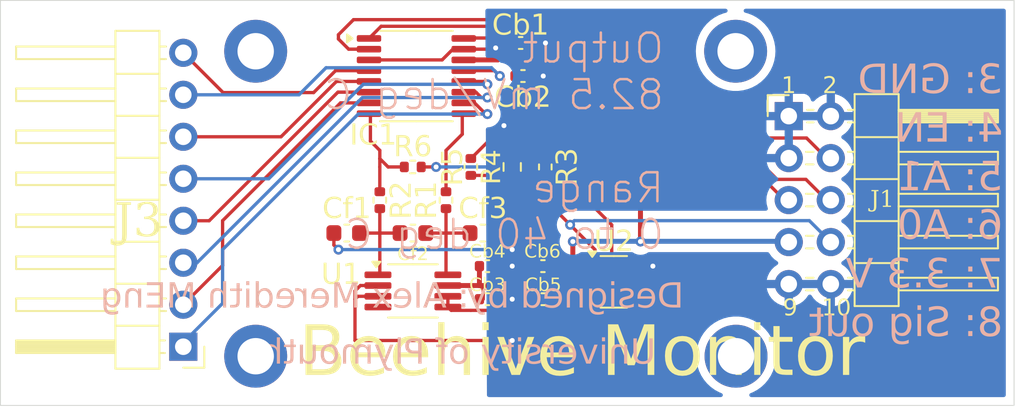
<source format=kicad_pcb>
(kicad_pcb (version 20240108) (generator "pcbnew") (generator_version "8.0")
  (layers (0 "F.Cu" signal) (31 "B.Cu" signal) (34 "B.Paste" user) (35 "F.Paste" user) (36 "B.SilkS" user "B.Silkscreen") (37 "F.SilkS" user "F.Silkscreen") (38 "B.Mask" user) (39 "F.Mask" user) (44 "Edge.Cuts" user))
  (net 0 "")
  (net 1 "+3.3V")
  (net 2 "GND")
  (net 3 "Net-(U1--IN)")
  (net 4 "Net-(U1-+IN)")
  (net 5 "Net-(IC1-S2A)")
  (net 6 "Net-(IC1-DA)")
  (net 7 "Net-(IC1-S3A)")
  (net 8 "Net-(IC1-S1A)")
  (net 9 "Net-(IC1-EN)")
  (net 10 "Net-(IC1-S2B)")
  (net 11 "Net-(IC1-S1B)")
  (net 12 "Net-(IC1-S4A)")
  (net 13 "Net-(IC1-A0)")
  (net 14 "Net-(IC1-A1)")
  (net 15 "Net-(IC1-S4B)")
  (net 16 "Net-(IC1-S3B)")
  (net 17 "Net-(IC1-DB)")
  (net 18 "Net-(J1-Pin_8)")
  (net 19 "Net-(U2-INA-)")
  (net 20 "Net-(R4-Pad2)")
  (net 21 "Net-(U1-SENSE)")
  (footprint "MountingHole:MountingHole_2.2mm_M2_DIN965_Pad_TopBottom" (layer "F.Cu") (at 139.5 53)
    (property "Reference" "H1" (hide yes))
    (property "Value" "MountingHole")
    (pad "1" thru_hole circle (at 0 0) (size 2.6 2.6) (drill 2.2) (layers "*.Cu" "*.Mask"))
    (pad "1" connect circle (at 0 0) (size 3.8 3.8) (layers "F.Cu" "F.Mask"))
    (pad "1" connect circle (at 0 0) (size 3.8 3.8) (layers "B.Cu" "B.Mask"))
  )
  (footprint "Capacitor_SMD:C_0603_1608Metric" (layer "F.Cu") (at 120 64)
    (property "Reference" "Cf2" (at 0 1.3 0) (layer "F.SilkS") (effects (font (size 0.8 0.8) (thickness 0.125))))
    (property "Value" "10n")
    (fp_line (start -0.14058 -0.51) (end 0.14058 -0.51) (stroke (width 0.12)) (layer "F.SilkS"))
    (fp_line (start -0.14058 0.51) (end 0.14058 0.51) (stroke (width 0.12)) (layer "F.SilkS"))
    (pad "1" smd roundrect (at -0.775 0) (size 0.9 0.95) (layers "F.Cu" "F.Paste" "F.Mask") (net 3 "Net-(U1--IN)"))
    (pad "2" smd roundrect (at 0.775 0) (size 0.9 0.95) (layers "F.Cu" "F.Paste" "F.Mask") (net 4 "Net-(U1-+IN)"))
  )
  (footprint "Resistor_SMD:R_0402_1005Metric" (layer "F.Cu") (at 123.5 60 90)
    (property "Reference" "R5" (at 0 -1.05 90) (layer "F.SilkS") (effects (font (size 1.25 1.25))))
    (property "Value" "250")
    (fp_line (start -0.153641 -0.38) (end 0.153641 -0.38) (stroke (width 0.12)) (layer "F.SilkS"))
    (fp_line (start -0.153641 0.38) (end 0.153641 0.38) (stroke (width 0.12)) (layer "F.SilkS"))
    (pad "1" smd roundrect (at -0.51 0 90) (size 0.54 0.64) (layers "F.Cu" "F.Paste" "F.Mask") (net 20 "Net-(R4-Pad2)"))
    (pad "2" smd roundrect (at 0.51 0 90) (size 0.54 0.64) (layers "F.Cu" "F.Paste" "F.Mask") (net 2 "GND"))
  )
  (footprint "Resistor_SMD:R_0402_1005Metric" (layer "F.Cu") (at 119.99 60)
    (property "Reference" "R6" (at 0 -1.17 0) (layer "F.SilkS") (effects (font (size 1.25 1.25))))
    (property "Value" "1M")
    (fp_line (start -0.153641 -0.38) (end 0.153641 -0.38) (stroke (width 0.12)) (layer "F.SilkS"))
    (fp_line (start -0.153641 0.38) (end 0.153641 0.38) (stroke (width 0.12)) (layer "F.SilkS"))
    (pad "1" smd roundrect (at -0.51 0) (size 0.54 0.64) (layers "F.Cu" "F.Paste" "F.Mask") (net 6 "Net-(IC1-DA)"))
    (pad "2" smd roundrect (at 0.51 0) (size 0.54 0.64) (layers "F.Cu" "F.Paste" "F.Mask") (net 2 "GND"))
  )
  (footprint "MountingHole:MountingHole_2.2mm_M2_DIN965_Pad_TopBottom" (layer "F.Cu") (at 110.5 71.45)
    (property "Reference" "H3" (hide yes))
    (property "Value" "MountingHole")
    (pad "1" thru_hole circle (at 0 0) (size 2.6 2.6) (drill 2.2) (layers "*.Cu" "*.Mask"))
    (pad "1" connect circle (at 0 0) (size 3.8 3.8) (layers "F.Cu" "F.Mask"))
    (pad "1" connect circle (at 0 0) (size 3.8 3.8) (layers "B.Cu" "B.Mask"))
  )
  (footprint "Connector_PinHeader_2.54mm:PinHeader_2x05_P2.54mm_Horizontal" (layer "F.Cu") (at 142.71 56.925)
    (property "Reference" "J1" (at 5.65 5.075 0) (layer "F.SilkS"))
    (property "Value" "Conn_02x05_Odd_Even")
    (fp_line (start -1.27 -1.27) (end 0 -1.27) (stroke (width 0.12)) (layer "F.SilkS"))
    (fp_line (start -1.27 0) (end -1.27 -1.27) (stroke (width 0.12)) (layer "F.SilkS"))
    (fp_line (start 1.042929 2.16) (end 1.497071 2.16) (stroke (width 0.12)) (layer "F.SilkS"))
    (fp_line (start 1.042929 2.92) (end 1.497071 2.92) (stroke (width 0.12)) (layer "F.SilkS"))
    (fp_line (start 1.042929 4.7) (end 1.497071 4.7) (stroke (width 0.12)) (layer "F.SilkS"))
    (fp_line (start 1.042929 5.46) (end 1.497071 5.46) (stroke (width 0.12)) (layer "F.SilkS"))
    (fp_line (start 1.042929 7.24) (end 1.497071 7.24) (stroke (width 0.12)) (layer "F.SilkS"))
    (fp_line (start 1.042929 8) (end 1.497071 8) (stroke (width 0.12)) (layer "F.SilkS"))
    (fp_line (start 1.042929 9.78) (end 1.497071 9.78) (stroke (width 0.12)) (layer "F.SilkS"))
    (fp_line (start 1.042929 10.54) (end 1.497071 10.54) (stroke (width 0.12)) (layer "F.SilkS"))
    (fp_line (start 1.11 -0.38) (end 1.497071 -0.38) (stroke (width 0.12)) (layer "F.SilkS"))
    (fp_line (start 1.11 0.38) (end 1.497071 0.38) (stroke (width 0.12)) (layer "F.SilkS"))
    (fp_line (start 3.582929 -0.38) (end 3.98 -0.38) (stroke (width 0.12)) (layer "F.SilkS"))
    (fp_line (start 3.582929 0.38) (end 3.98 0.38) (stroke (width 0.12)) (layer "F.SilkS"))
    (fp_line (start 3.582929 2.16) (end 3.98 2.16) (stroke (width 0.12)) (layer "F.SilkS"))
    (fp_line (start 3.582929 2.92) (end 3.98 2.92) (stroke (width 0.12)) (layer "F.SilkS"))
    (fp_line (start 3.582929 4.7) (end 3.98 4.7) (stroke (width 0.12)) (layer "F.SilkS"))
    (fp_line (start 3.582929 5.46) (end 3.98 5.46) (stroke (width 0.12)) (layer "F.SilkS"))
    (fp_line (start 3.582929 7.24) (end 3.98 7.24) (stroke (width 0.12)) (layer "F.SilkS"))
    (fp_line (start 3.582929 8) (end 3.98 8) (stroke (width 0.12)) (layer "F.SilkS"))
    (fp_line (start 3.582929 9.78) (end 3.98 9.78) (stroke (width 0.12)) (layer "F.SilkS"))
    (fp_line (start 3.582929 10.54) (end 3.98 10.54) (stroke (width 0.12)) (layer "F.SilkS"))
    (fp_line (start 3.98 -1.33) (end 3.98 11.49) (stroke (width 0.12)) (layer "F.SilkS"))
    (fp_line (start 3.98 1.27) (end 6.64 1.27) (stroke (width 0.12)) (layer "F.SilkS"))
    (fp_line (start 3.98 3.81) (end 6.64 3.81) (stroke (width 0.12)) (layer "F.SilkS"))
    (fp_line (start 3.98 6.35) (end 6.64 6.35) (stroke (width 0.12)) (layer "F.SilkS"))
    (fp_line (start 3.98 8.89) (end 6.64 8.89) (stroke (width 0.12)) (layer "F.SilkS"))
    (fp_line (start 3.98 11.49) (end 6.64 11.49) (stroke (width 0.12)) (layer "F.SilkS"))
    (fp_line (start 6.64 -1.33) (end 3.98 -1.33) (stroke (width 0.12)) (layer "F.SilkS"))
    (fp_line (start 6.64 -0.38) (end 12.64 -0.38) (stroke (width 0.12)) (layer "F.SilkS"))
    (fp_line (start 6.64 -0.32) (end 12.64 -0.32) (stroke (width 0.12)) (layer "F.SilkS"))
    (fp_line (start 6.64 -0.2) (end 12.64 -0.2) (stroke (width 0.12)) (layer "F.SilkS"))
    (fp_line (start 6.64 -0.08) (end 12.64 -0.08) (stroke (width 0.12)) (layer "F.SilkS"))
    (fp_line (start 6.64 0.04) (end 12.64 0.04) (stroke (width 0.12)) (layer "F.SilkS"))
    (fp_line (start 6.64 0.16) (end 12.64 0.16) (stroke (width 0.12)) (layer "F.SilkS"))
    (fp_line (start 6.64 0.28) (end 12.64 0.28) (stroke (width 0.12)) (layer "F.SilkS"))
    (fp_line (start 6.64 2.16) (end 12.64 2.16) (stroke (width 0.12)) (layer "F.SilkS"))
    (fp_line (start 6.64 4.7) (end 12.64 4.7) (stroke (width 0.12)) (layer "F.SilkS"))
    (fp_line (start 6.64 7.24) (end 12.64 7.24) (stroke (width 0.12)) (layer "F.SilkS"))
    (fp_line (start 6.64 9.78) (end 12.64 9.78) (stroke (width 0.12)) (layer "F.SilkS"))
    (fp_line (start 6.64 11.49) (end 6.64 -1.33) (stroke (width 0.12)) (layer "F.SilkS"))
    (fp_line (start 12.64 -0.38) (end 12.64 0.38) (stroke (width 0.12)) (layer "F.SilkS"))
    (fp_line (start 12.64 0.38) (end 6.64 0.38) (stroke (width 0.12)) (layer "F.SilkS"))
    (fp_line (start 12.64 2.16) (end 12.64 2.92) (stroke (width 0.12)) (layer "F.SilkS"))
    (fp_line (start 12.64 2.92) (end 6.64 2.92) (stroke (width 0.12)) (layer "F.SilkS"))
    (fp_line (start 12.64 4.7) (end 12.64 5.46) (stroke (width 0.12)) (layer "F.SilkS"))
    (fp_line (start 12.64 5.46) (end 6.64 5.46) (stroke (width 0.12)) (layer "F.SilkS"))
    (fp_line (start 12.64 7.24) (end 12.64 8) (stroke (width 0.12)) (layer "F.SilkS"))
    (fp_line (start 12.64 8) (end 6.64 8) (stroke (width 0.12)) (layer "F.SilkS"))
    (fp_line (start 12.64 9.78) (end 12.64 10.54) (stroke (width 0.12)) (layer "F.SilkS"))
    (fp_line (start 12.64 10.54) (end 6.64 10.54) (stroke (width 0.12)) (layer "F.SilkS"))
    (pad "1" thru_hole rect (at 0 0) (size 1.7 1.7) (drill 1) (layers "*.Cu" "*.Mask") (net 2 "GND"))
    (pad "2" thru_hole oval (at 2.54 0) (size 1.7 1.7) (drill 1) (layers "*.Cu" "*.Mask") (net 2 "GND"))
    (pad "3" thru_hole oval (at 0 2.54) (size 1.7 1.7) (drill 1) (layers "*.Cu" "*.Mask") (net 2 "GND"))
    (pad "4" thru_hole oval (at 2.54 2.54) (size 1.7 1.7) (drill 1) (layers "*.Cu" "*.Mask") (net 9 "Net-(IC1-EN)"))
    (pad "5" thru_hole oval (at 0 5.08) (size 1.7 1.7) (drill 1) (layers "*.Cu" "*.Mask") (net 14 "Net-(IC1-A1)"))
    (pad "6" thru_hole oval (at 2.54 5.08) (size 1.7 1.7) (drill 1) (layers "*.Cu" "*.Mask") (net 13 "Net-(IC1-A0)"))
    (pad "7" thru_hole oval (at 0 7.62) (size 1.7 1.7) (drill 1) (layers "*.Cu" "*.Mask") (net 1 "+3.3V"))
    (pad "8" thru_hole oval (at 2.54 7.62) (size 1.7 1.7) (drill 1) (layers "*.Cu" "*.Mask") (net 18 "Net-(J1-Pin_8)"))
    (pad "9" thru_hole oval (at 0 10.16) (size 1.7 1.7) (drill 1) (layers "*.Cu" "*.Mask") (net 2 "GND"))
    (pad "10" thru_hole oval (at 2.54 10.16) (size 1.7 1.7) (drill 1) (layers "*.Cu" "*.Mask") (net 2 "GND"))
  )
  (footprint "Resistor_SMD:R_0402_1005Metric" (layer "F.Cu") (at 118 62.01 -90)
    (property "Reference" "R2" (at 0 -1.35 90) (layer "F.SilkS") (effects (font (size 1.25 1.25))))
    (property "Value" "10k")
    (fp_line (start -0.153641 0.38) (end 0.153641 0.38) (stroke (width 0.12)) (layer "F.SilkS"))
    (fp_line (start -0.153641 -0.38) (end 0.153641 -0.38) (stroke (width 0.12)) (layer "F.SilkS"))
    (pad "1" smd roundrect (at -0.51 0 270) (size 0.54 0.64) (layers "F.Cu" "F.Paste" "F.Mask") (net 6 "Net-(IC1-DA)"))
    (pad "2" smd roundrect (at 0.51 0 270) (size 0.54 0.64) (layers "F.Cu" "F.Paste" "F.Mask") (net 3 "Net-(U1--IN)"))
  )
  (footprint "MountingHole:MountingHole_2.2mm_M2_DIN965_Pad_TopBottom" (layer "F.Cu") (at 110.5 53)
    (property "Reference" "H4" (hide yes))
    (property "Value" "MountingHole")
    (pad "1" thru_hole circle (at 0 0) (size 2.6 2.6) (drill 2.2) (layers "*.Cu" "*.Mask"))
    (pad "1" connect circle (at 0 0) (size 3.8 3.8) (layers "F.Cu" "F.Mask"))
    (pad "1" connect circle (at 0 0) (size 3.8 3.8) (layers "B.Cu" "B.Mask"))
  )
  (footprint "Resistor_SMD:R_0402_1005Metric" (layer "F.Cu") (at 128 60 90)
    (property "Reference" "R3" (at 0 1.375 90) (layer "F.SilkS") (effects (font (size 1.25 1.25))))
    (property "Value" "100k")
    (fp_line (start -0.153641 -0.38) (end 0.153641 -0.38) (stroke (width 0.12)) (layer "F.SilkS"))
    (fp_line (start -0.153641 0.38) (end 0.153641 0.38) (stroke (width 0.12)) (layer "F.SilkS"))
    (pad "1" smd roundrect (at -0.51 0 90) (size 0.54 0.64) (layers "F.Cu" "F.Paste" "F.Mask") (net 18 "Net-(J1-Pin_8)"))
    (pad "2" smd roundrect (at 0.51 0 90) (size 0.54 0.64) (layers "F.Cu" "F.Paste" "F.Mask") (net 19 "Net-(U2-INA-)"))
  )
  (footprint "Capacitor_SMD:C_0402_1005Metric" (layer "F.Cu") (at 124.5 68)
    (property "Reference" "Cb3" (at 0 -0.825 0) (layer "F.SilkS") (effects (font (size 0.8 0.8))))
    (property "Value" "1u")
    (fp_line (start -0.107836 -0.36) (end 0.107836 -0.36) (stroke (width 0.12)) (layer "F.SilkS"))
    (fp_line (start -0.107836 0.36) (end 0.107836 0.36) (stroke (width 0.12)) (layer "F.SilkS"))
    (pad "1" smd roundrect (at -0.48 0) (size 0.56 0.62) (layers "F.Cu" "F.Paste" "F.Mask") (net 1 "+3.3V"))
    (pad "2" smd roundrect (at 0.48 0) (size 0.56 0.62) (layers "F.Cu" "F.Paste" "F.Mask") (net 2 "GND"))
  )
  (footprint "Package_SO:TSSOP-16_4.4x5mm_P0.65mm" (layer "F.Cu") (at 120.2075 54.5)
    (property "Reference" "IC1" (at -2.6075 3.625 0) (layer "F.SilkS") (effects (font (size 1.25 1.25))))
    (property "Value" "ADG709BRUZ")
    (fp_line (start 0 -2.735) (end -2.2 -2.735) (stroke (width 0.12)) (layer "F.SilkS"))
    (fp_line (start 0 -2.735) (end 2.2 -2.735) (stroke (width 0.12)) (layer "F.SilkS"))
    (fp_line (start 0 2.735) (end -2.2 2.735) (stroke (width 0.12)) (layer "F.SilkS"))
    (fp_line (start 0 2.735) (end 2.2 2.735) (stroke (width 0.12)) (layer "F.SilkS"))
    (fp_poly (pts (xy -3.86 -2.275) (xy -4.19 -2.515) (xy -4.19 -2.035) (xy -3.86 -2.275)) (stroke (width 0.12)) (fill solid) (layer "F.SilkS"))
    (pad "1" smd roundrect (at -2.8625 -2.275) (size 1.475 0.4) (layers "F.Cu" "F.Paste" "F.Mask") (net 13 "Net-(IC1-A0)"))
    (pad "2" smd roundrect (at -2.8625 -1.625) (size 1.475 0.4) (layers "F.Cu" "F.Paste" "F.Mask") (net 9 "Net-(IC1-EN)"))
    (pad "3" smd roundrect (at -2.8625 -0.975) (size 1.475 0.4) (layers "F.Cu" "F.Paste" "F.Mask") (net 2 "GND"))
    (pad "4" smd roundrect (at -2.8625 -0.325) (size 1.475 0.4) (layers "F.Cu" "F.Paste" "F.Mask") (net 8 "Net-(IC1-S1A)"))
    (pad "5" smd roundrect (at -2.8625 0.325) (size 1.475 0.4) (layers "F.Cu" "F.Paste" "F.Mask") (net 5 "Net-(IC1-S2A)"))
    (pad "6" smd roundrect (at -2.8625 0.975) (size 1.475 0.4) (layers "F.Cu" "F.Paste" "F.Mask") (net 7 "Net-(IC1-S3A)"))
    (pad "7" smd roundrect (at -2.8625 1.625) (size 1.475 0.4) (layers "F.Cu" "F.Paste" "F.Mask") (net 12 "Net-(IC1-S4A)"))
    (pad "8" smd roundrect (at -2.8625 2.275) (size 1.475 0.4) (layers "F.Cu" "F.Paste" "F.Mask") (net 6 "Net-(IC1-DA)"))
    (pad "9" smd roundrect (at 2.8625 2.275) (size 1.475 0.4) (layers "F.Cu" "F.Paste" "F.Mask") (net 17 "Net-(IC1-DB)"))
    (pad "10" smd roundrect (at 2.8625 1.625) (size 1.475 0.4) (layers "F.Cu" "F.Paste" "F.Mask") (net 15 "Net-(IC1-S4B)"))
    (pad "11" smd roundrect (at 2.8625 0.975) (size 1.475 0.4) (layers "F.Cu" "F.Paste" "F.Mask") (net 16 "Net-(IC1-S3B)"))
    (pad "12" smd roundrect (at 2.8625 0.325) (size 1.475 0.4) (layers "F.Cu" "F.Paste" "F.Mask") (net 10 "Net-(IC1-S2B)"))
    (pad "13" smd roundrect (at 2.8625 -0.325) (size 1.475 0.4) (layers "F.Cu" "F.Paste" "F.Mask") (net 11 "Net-(IC1-S1B)"))
    (pad "14" smd roundrect (at 2.8625 -0.975) (size 1.475 0.4) (layers "F.Cu" "F.Paste" "F.Mask") (net 1 "+3.3V"))
    (pad "15" smd roundrect (at 2.8625 -1.625) (size 1.475 0.4) (layers "F.Cu" "F.Paste" "F.Mask") (net 2 "GND"))
    (pad "16" smd roundrect (at 2.8625 -2.275) (size 1.475 0.4) (layers "F.Cu" "F.Paste" "F.Mask") (net 14 "Net-(IC1-A1)"))
  )
  (footprint "Capacitor_SMD:C_0402_1005Metric" (layer "F.Cu") (at 127.855 66 180)
    (property "Reference" "Cb6" (at 0.03 0.85 0) (layer "F.SilkS") (effects (font (size 0.8 0.8))))
    (property "Value" "100n")
    (fp_line (start -0.107836 0.36) (end 0.107836 0.36) (stroke (width 0.12)) (layer "F.SilkS"))
    (fp_line (start -0.107836 -0.36) (end 0.107836 -0.36) (stroke (width 0.12)) (layer "F.SilkS"))
    (pad "1" smd roundrect (at -0.48 0 180) (size 0.56 0.62) (layers "F.Cu" "F.Paste" "F.Mask") (net 1 "+3.3V"))
    (pad "2" smd roundrect (at 0.48 0 180) (size 0.56 0.62) (layers "F.Cu" "F.Paste" "F.Mask") (net 2 "GND"))
  )
  (footprint "Capacitor_SMD:C_0402_1005Metric" (layer "F.Cu") (at 127.875 68 180)
    (property "Reference" "Cb5" (at 0 0.825 180) (layer "F.SilkS") (effects (font (size 0.8 0.8))))
    (property "Value" "1u")
    (fp_line (start -0.107836 0.36) (end 0.107836 0.36) (stroke (width 0.12)) (layer "F.SilkS"))
    (fp_line (start -0.107836 -0.36) (end 0.107836 -0.36) (stroke (width 0.12)) (layer "F.SilkS"))
    (pad "1" smd roundrect (at -0.48 0 180) (size 0.56 0.62) (layers "F.Cu" "F.Paste" "F.Mask") (net 1 "+3.3V"))
    (pad "2" smd roundrect (at 0.48 0 180) (size 0.56 0.62) (layers "F.Cu" "F.Paste" "F.Mask") (net 2 "GND"))
  )
  (footprint "Capacitor_SMD:C_0402_1005Metric" (layer "F.Cu") (at 124.5 66)
    (property "Reference" "Cb4" (at 0 -0.85 0) (layer "F.SilkS") (effects (font (size 0.8 0.8) (thickness 0.125))))
    (property "Value" "100n")
    (fp_line (start -0.107836 -0.36) (end 0.107836 -0.36) (stroke (width 0.12)) (layer "F.SilkS"))
    (fp_line (start -0.107836 0.36) (end 0.107836 0.36) (stroke (width 0.12)) (layer "F.SilkS"))
    (pad "1" smd roundrect (at -0.48 0) (size 0.56 0.62) (layers "F.Cu" "F.Paste" "F.Mask") (net 1 "+3.3V"))
    (pad "2" smd roundrect (at 0.48 0) (size 0.56 0.62) (layers "F.Cu" "F.Paste" "F.Mask") (net 2 "GND"))
  )
  (footprint "MountingHole:MountingHole_2.2mm_M2_DIN965_Pad_TopBottom" (layer "F.Cu") (at 139.525 71.45)
    (property "Reference" "H2" (hide yes))
    (property "Value" "MountingHole")
    (pad "1" thru_hole circle (at 0 0) (size 2.6 2.6) (drill 2.2) (layers "*.Cu" "*.Mask"))
    (pad "1" connect circle (at 0 0) (size 3.8 3.8) (layers "F.Cu" "F.Mask"))
    (pad "1" connect circle (at 0 0) (size 3.8 3.8) (layers "B.Cu" "B.Mask"))
  )
  (footprint "Resistor_SMD:R_0603_1608Metric" (layer "F.Cu") (at 126 60 -90)
    (property "Reference" "R4" (at 0.01 1.21 90) (layer "F.SilkS") (effects (font (size 1.15 1.15))))
    (property "Value" "6.2k")
    (fp_line (start -0.237258 0.5225) (end 0.237258 0.5225) (stroke (width 0.12)) (layer "F.SilkS"))
    (fp_line (start -0.237258 -0.5225) (end 0.237258 -0.5225) (stroke (width 0.12)) (layer "F.SilkS"))
    (pad "1" smd roundrect (at -0.825 0 270) (size 0.8 0.95) (layers "F.Cu" "F.Paste" "F.Mask") (net 19 "Net-(U2-INA-)"))
    (pad "2" smd roundrect (at 0.825 0 270) (size 0.8 0.95) (layers "F.Cu" "F.Paste" "F.Mask") (net 20 "Net-(R4-Pad2)"))
  )
  (footprint "Capacitor_SMD:C_0402_1005Metric" (layer "F.Cu") (at 126.51 52.5)
    (property "Reference" "Cb1" (at -0.01 -1.025 0) (layer "F.SilkS") (effects (font (size 1.25 1.25))))
    (property "Value" "100n")
    (fp_line (start -0.107836 -0.36) (end 0.107836 -0.36) (stroke (width 0.12)) (layer "F.SilkS"))
    (fp_line (start -0.107836 0.36) (end 0.107836 0.36) (stroke (width 0.12)) (layer "F.SilkS"))
    (pad "1" smd roundrect (at -0.48 0) (size 0.56 0.62) (layers "F.Cu" "F.Paste" "F.Mask") (net 1 "+3.3V"))
    (pad "2" smd roundrect (at 0.48 0) (size 0.56 0.62) (layers "F.Cu" "F.Paste" "F.Mask") (net 2 "GND"))
  )
  (footprint "Resistor_SMD:R_0402_1005Metric" (layer "F.Cu") (at 122 62.01 -90)
    (property "Reference" "R1" (at 0 1.125 90) (layer "F.SilkS") (effects (font (size 1.25 1.25))))
    (property "Value" "10k")
    (fp_line (start -0.153641 0.38) (end 0.153641 0.38) (stroke (width 0.12)) (layer "F.SilkS"))
    (fp_line (start -0.153641 -0.38) (end 0.153641 -0.38) (stroke (width 0.12)) (layer "F.SilkS"))
    (pad "1" smd roundrect (at -0.51 0 270) (size 0.54 0.64) (layers "F.Cu" "F.Paste" "F.Mask") (net 17 "Net-(IC1-DB)"))
    (pad "2" smd roundrect (at 0.51 0 270) (size 0.54 0.64) (layers "F.Cu" "F.Paste" "F.Mask") (net 4 "Net-(U1-+IN)"))
  )
  (footprint "Capacitor_SMD:C_0402_1005Metric" (layer "F.Cu") (at 126.65 54.5)
    (property "Reference" "Cb2" (at -0.01 1.34 0) (layer "F.SilkS") (effects (font (size 1.25 1.25))))
    (property "Value" "1u")
    (fp_line (start -0.107836 -0.36) (end 0.107836 -0.36) (stroke (width 0.12)) (layer "F.SilkS"))
    (fp_line (start -0.107836 0.36) (end 0.107836 0.36) (stroke (width 0.12)) (layer "F.SilkS"))
    (pad "1" smd roundrect (at -0.48 0) (size 0.56 0.62) (layers "F.Cu" "F.Paste" "F.Mask") (net 1 "+3.3V"))
    (pad "2" smd roundrect (at 0.48 0) (size 0.56 0.62) (layers "F.Cu" "F.Paste" "F.Mask") (net 2 "GND"))
  )
  (footprint "Connector_PinHeader_2.54mm:PinHeader_1x08_P2.54mm_Horizontal" (layer "F.Cu") (at 106.125 70.875 180)
    (property "Reference" "J3" (at 2.7 7.525 0) (layer "F.SilkS") (effects (font (size 2 2))))
    (property "Value" "Conn_01x08_Pin")
    (fp_line (start 10.1 18.16) (end 4.1 18.16) (stroke (width 0.12)) (layer "F.SilkS"))
    (fp_line (start 10.1 17.4) (end 10.1 18.16) (stroke (width 0.12)) (layer "F.SilkS"))
    (fp_line (start 10.1 15.62) (end 4.1 15.62) (stroke (width 0.12)) (layer "F.SilkS"))
    (fp_line (start 10.1 14.86) (end 10.1 15.62) (stroke (width 0.12)) (layer "F.SilkS"))
    (fp_line (start 10.1 13.08) (end 4.1 13.08) (stroke (width 0.12)) (layer "F.SilkS"))
    (fp_line (start 10.1 12.32) (end 10.1 13.08) (stroke (width 0.12)) (layer "F.SilkS"))
    (fp_line (start 10.1 10.54) (end 4.1 10.54) (stroke (width 0.12)) (layer "F.SilkS"))
    (fp_line (start 10.1 9.78) (end 10.1 10.54) (stroke (width 0.12)) (layer "F.SilkS"))
    (fp_line (start 10.1 8) (end 4.1 8) (stroke (width 0.12)) (layer "F.SilkS"))
    (fp_line (start 10.1 7.24) (end 10.1 8) (stroke (width 0.12)) (layer "F.SilkS"))
    (fp_line (start 10.1 5.46) (end 4.1 5.46) (stroke (width 0.12)) (layer "F.SilkS"))
    (fp_line (start 10.1 4.7) (end 10.1 5.46) (stroke (width 0.12)) (layer "F.SilkS"))
    (fp_line (start 10.1 2.92) (end 4.1 2.92) (stroke (width 0.12)) (layer "F.SilkS"))
    (fp_line (start 10.1 2.16) (end 10.1 2.92) (stroke (width 0.12)) (layer "F.SilkS"))
    (fp_line (start 10.1 0.38) (end 4.1 0.38) (stroke (width 0.12)) (layer "F.SilkS"))
    (fp_line (start 10.1 -0.38) (end 10.1 0.38) (stroke (width 0.12)) (layer "F.SilkS"))
    (fp_line (start 4.1 19.11) (end 4.1 -1.33) (stroke (width 0.12)) (layer "F.SilkS"))
    (fp_line (start 4.1 17.4) (end 10.1 17.4) (stroke (width 0.12)) (layer "F.SilkS"))
    (fp_line (start 4.1 14.86) (end 10.1 14.86) (stroke (width 0.12)) (layer "F.SilkS"))
    (fp_line (start 4.1 12.32) (end 10.1 12.32) (stroke (width 0.12)) (layer "F.SilkS"))
    (fp_line (start 4.1 9.78) (end 10.1 9.78) (stroke (width 0.12)) (layer "F.SilkS"))
    (fp_line (start 4.1 7.24) (end 10.1 7.24) (stroke (width 0.12)) (layer "F.SilkS"))
    (fp_line (start 4.1 4.7) (end 10.1 4.7) (stroke (width 0.12)) (layer "F.SilkS"))
    (fp_line (start 4.1 2.16) (end 10.1 2.16) (stroke (width 0.12)) (layer "F.SilkS"))
    (fp_line (start 4.1 0.28) (end 10.1 0.28) (stroke (width 0.12)) (layer "F.SilkS"))
    (fp_line (start 4.1 0.16) (end 10.1 0.16) (stroke (width 0.12)) (layer "F.SilkS"))
    (fp_line (start 4.1 0.04) (end 10.1 0.04) (stroke (width 0.12)) (layer "F.SilkS"))
    (fp_line (start 4.1 -0.08) (end 10.1 -0.08) (stroke (width 0.12)) (layer "F.SilkS"))
    (fp_line (start 4.1 -0.2) (end 10.1 -0.2) (stroke (width 0.12)) (layer "F.SilkS"))
    (fp_line (start 4.1 -0.32) (end 10.1 -0.32) (stroke (width 0.12)) (layer "F.SilkS"))
    (fp_line (start 4.1 -0.38) (end 10.1 -0.38) (stroke (width 0.12)) (layer "F.SilkS"))
    (fp_line (start 4.1 -1.33) (end 1.44 -1.33) (stroke (width 0.12)) (layer "F.SilkS"))
    (fp_line (start 1.44 19.11) (end 4.1 19.11) (stroke (width 0.12)) (layer "F.SilkS"))
    (fp_line (start 1.44 16.51) (end 4.1 16.51) (stroke (width 0.12)) (layer "F.SilkS"))
    (fp_line (start 1.44 13.97) (end 4.1 13.97) (stroke (width 0.12)) (layer "F.SilkS"))
    (fp_line (start 1.44 11.43) (end 4.1 11.43) (stroke (width 0.12)) (layer "F.SilkS"))
    (fp_line (start 1.44 8.89) (end 4.1 8.89) (stroke (width 0.12)) (layer "F.SilkS"))
    (fp_line (start 1.44 6.35) (end 4.1 6.35) (stroke (width 0.12)) (layer "F.SilkS"))
    (fp_line (start 1.44 3.81) (end 4.1 3.81) (stroke (width 0.12)) (layer "F.SilkS"))
    (fp_line (start 1.44 1.27) (end 4.1 1.27) (stroke (width 0.12)) (layer "F.SilkS"))
    (fp_line (start 1.44 -1.33) (end 1.44 19.11) (stroke (width 0.12)) (layer "F.SilkS"))
    (fp_line (start 1.11 0.38) (end 1.44 0.38) (stroke (width 0.12)) (layer "F.SilkS"))
    (fp_line (start 1.11 -0.38) (end 1.44 -0.38) (stroke (width 0.12)) (layer "F.SilkS"))
    (fp_line (start 1.042929 18.16) (end 1.44 18.16) (stroke (width 0.12)) (layer "F.SilkS"))
    (fp_line (start 1.042929 17.4) (end 1.44 17.4) (stroke (width 0.12)) (layer "F.SilkS"))
    (fp_line (start 1.042929 15.62) (end 1.44 15.62) (stroke (width 0.12)) (layer "F.SilkS"))
    (fp_line (start 1.042929 14.86) (end 1.44 14.86) (stroke (width 0.12)) (layer "F.SilkS"))
    (fp_line (start 1.042929 13.08) (end 1.44 13.08) (stroke (width 0.12)) (layer "F.SilkS"))
    (fp_line (start 1.042929 12.32) (end 1.44 12.32) (stroke (width 0.12)) (layer "F.SilkS"))
    (fp_line (start 1.042929 10.54) (end 1.44 10.54) (stroke (width 0.12)) (layer "F.SilkS"))
    (fp_line (start 1.042929 9.78) (end 1.44 9.78) (stroke (width 0.12)) (layer "F.SilkS"))
    (fp_line (start 1.042929 8) (end 1.44 8) (stroke (width 0.12)) (layer "F.SilkS"))
    (fp_line (start 1.042929 7.24) (end 1.44 7.24) (stroke (width 0.12)) (layer "F.SilkS"))
    (fp_line (start 1.042929 5.46) (end 1.44 5.46) (stroke (width 0.12)) (layer "F.SilkS"))
    (fp_line (start 1.042929 4.7) (end 1.44 4.7) (stroke (width 0.12)) (layer "F.SilkS"))
    (fp_line (start 1.042929 2.92) (end 1.44 2.92) (stroke (width 0.12)) (layer "F.SilkS"))
    (fp_line (start 1.042929 2.16) (end 1.44 2.16) (stroke (width 0.12)) (layer "F.SilkS"))
    (fp_line (start -1.27 0) (end -1.27 -1.27) (stroke (width 0.12)) (layer "F.SilkS"))
    (fp_line (start -1.27 -1.27) (end 0 -1.27) (stroke (width 0.12)) (layer "F.SilkS"))
    (pad "1" thru_hole rect (at 0 0 180) (size 1.7 1.7) (drill 1) (layers "*.Cu" "*.Mask") (net 15 "Net-(IC1-S4B)"))
    (pad "2" thru_hole oval (at 0 2.54 180) (size 1.7 1.7) (drill 1) (layers "*.Cu" "*.Mask") (net 12 "Net-(IC1-S4A)"))
    (pad "3" thru_hole oval (at 0 5.08 180) (size 1.7 1.7) (drill 1) (layers "*.Cu" "*.Mask") (net 16 "Net-(IC1-S3B)"))
    (pad "4" thru_hole oval (at 0 7.62 180) (size 1.7 1.7) (drill 1) (layers "*.Cu" "*.Mask") (net 7 "Net-(IC1-S3A)"))
    (pad "5" thru_hole oval (at 0 10.16 180) (size 1.7 1.7) (drill 1) (layers "*.Cu" "*.Mask") (net 10 "Net-(IC1-S2B)"))
    (pad "6" thru_hole oval (at 0 12.7 180) (size 1.7 1.7) (drill 1) (layers "*.Cu" "*.Mask") (net 5 "Net-(IC1-S2A)"))
    (pad "7" thru_hole oval (at 0 15.24 180) (size 1.7 1.7) (drill 1) (layers "*.Cu" "*.Mask") (net 11 "Net-(IC1-S1B)"))
    (pad "8" thru_hole oval (at 0 17.78 180) (size 1.7 1.7) (drill 1) (layers "*.Cu" "*.Mask") (net 8 "Net-(IC1-S1A)"))
  )
  (footprint "Capacitor_SMD:C_0603_1608Metric" (layer "F.Cu") (at 116 64)
    (property "Reference" "Cf1" (at 0 -1.43 0) (layer "F.SilkS") (effects (font (size 1.25 1.25))))
    (property "Value" "1n")
    (fp_line (start -0.14058 -0.51) (end 0.14058 -0.51) (stroke (width 0.12)) (layer "F.SilkS"))
    (fp_line (start -0.14058 0.51) (end 0.14058 0.51) (stroke (width 0.12)) (layer "F.SilkS"))
    (pad "1" smd roundrect (at -0.775 0) (size 0.9 0.95) (layers "F.Cu" "F.Paste" "F.Mask") (net 2 "GND"))
    (pad "2" smd roundrect (at 0.775 0) (size 0.9 0.95) (layers "F.Cu" "F.Paste" "F.Mask") (net 3 "Net-(U1--IN)"))
  )
  (footprint "Package_TO_SOT_SMD:SOT-23-5" (layer "F.Cu") (at 132.1375 66.95)
    (property "Reference" "U2" (at 0 -2.4 0) (layer "F.SilkS") (effects (font (size 1.25 1.25))))
    (property "Value" "MAX44241AUK+T")
    (fp_line (start 0 -1.56) (end -0.8 -1.56) (stroke (width 0.12)) (layer "F.SilkS"))
    (fp_line (start 0 -1.56) (end 0.8 -1.56) (stroke (width 0.12)) (layer "F.SilkS"))
    (fp_line (start 0 1.56) (end -0.8 1.56) (stroke (width 0.12)) (layer "F.SilkS"))
    (fp_line (start 0 1.56) (end 0.8 1.56) (stroke (width 0.12)) (layer "F.SilkS"))
    (fp_poly (pts (xy -1.3 -1.51) (xy -1.54 -1.84) (xy -1.06 -1.84) (xy -1.3 -1.51)) (stroke (width 0.12)) (fill solid) (layer "F.SilkS"))
    (pad "1" smd roundrect (at -1.1375 -0.95) (size 1.325 0.6) (layers "F.Cu" "F.Paste" "F.Mask") (net 18 "Net-(J1-Pin_8)"))
    (pad "2" smd roundrect (at -1.1375 0) (size 1.325 0.6) (layers "F.Cu" "F.Paste" "F.Mask") (net 1 "+3.3V"))
    (pad "3" smd roundrect (at -1.1375 0.95) (size 1.325 0.6) (layers "F.Cu" "F.Paste" "F.Mask") (net 21 "Net-(U1-SENSE)"))
    (pad "4" smd roundrect (at 1.1375 0.95) (size 1.325 0.6) (layers "F.Cu" "F.Paste" "F.Mask") (net 19 "Net-(U2-INA-)"))
    (pad "5" smd roundrect (at 1.1375 -0.95) (size 1.325 0.6) (layers "F.Cu" "F.Paste" "F.Mask") (net 2 "GND"))
  )
  (footprint "Package_SO:MSOP-8_3x3mm_P0.65mm" (layer "F.Cu") (at 120 67.5)
    (property "Reference" "U1" (at -4.35 -0.95 0) (layer "F.SilkS") (effects (font (size 1.25 1.25))))
    (property "Value" "AD8495")
    (fp_line (start 0 -1.61) (end -1.5 -1.61) (stroke (width 0.12)) (layer "F.SilkS"))
    (fp_line (start 0 -1.61) (end 1.5 -1.61) (stroke (width 0.12)) (layer "F.SilkS"))
    (fp_line (start 0 1.61) (end -1.5 1.61) (stroke (width 0.12)) (layer "F.SilkS"))
    (fp_line (start 0 1.61) (end 1.5 1.61) (stroke (width 0.12)) (layer "F.SilkS"))
    (fp_poly (pts (xy -2.2125 -1.435) (xy -2.4525 -1.765) (xy -1.9725 -1.765) (xy -2.2125 -1.435)) (stroke (width 0.12)) (fill solid) (layer "F.SilkS"))
    (pad "1" smd roundrect (at -2.1125 -0.975) (size 1.625 0.4) (layers "F.Cu" "F.Paste" "F.Mask") (net 3 "Net-(U1--IN)"))
    (pad "2" smd roundrect (at -2.1125 -0.325) (size 1.625 0.4) (layers "F.Cu" "F.Paste" "F.Mask") (net 2 "GND"))
    (pad "3" smd roundrect (at -2.1125 0.325) (size 1.625 0.4) (layers "F.Cu" "F.Paste" "F.Mask") (net 2 "GND"))
    (pad "4" smd roundrect (at -2.1125 0.975) (size 1.625 0.4) (layers "F.Cu" "F.Paste" "F.Mask"))
    (pad "5" smd roundrect (at 2.1125 0.975) (size 1.625 0.4) (layers "F.Cu" "F.Paste" "F.Mask") (net 21 "Net-(U1-SENSE)"))
    (pad "6" smd roundrect (at 2.1125 0.325) (size 1.625 0.4) (layers "F.Cu" "F.Paste" "F.Mask") (net 21 "Net-(U1-SENSE)"))
    (pad "7" smd roundrect (at 2.1125 -0.325) (size 1.625 0.4) (layers "F.Cu" "F.Paste" "F.Mask") (net 1 "+3.3V"))
    (pad "8" smd roundrect (at 2.1125 -0.975) (size 1.625 0.4) (layers "F.Cu" "F.Paste" "F.Mask") (net 4 "Net-(U1-+IN)"))
  )
  (footprint "Capacitor_SMD:C_0603_1608Metric" (layer "F.Cu") (at 124.225 64)
    (property "Reference" "Cf3" (at 0 -1.43 0) (layer "F.SilkS") (effects (font (size 1.25 1.25))))
    (property "Value" "1n")
    (fp_line (start -0.14058 -0.51) (end 0.14058 -0.51) (stroke (width 0.12)) (layer "F.SilkS"))
    (fp_line (start -0.14058 0.51) (end 0.14058 0.51) (stroke (width 0.12)) (layer "F.SilkS"))
    (pad "1" smd roundrect (at -0.775 0) (size 0.9 0.95) (layers "F.Cu" "F.Paste" "F.Mask") (net 4 "Net-(U1-+IN)"))
    (pad "2" smd roundrect (at 0.775 0) (size 0.9 0.95) (layers "F.Cu" "F.Paste" "F.Mask") (net 2 "GND"))
  )
  (gr_rect (start 95.075 49.925) (end 156.325 74.425) (stroke (width 0.05)) (fill none) (layer "Edge.Cuts"))
  (gr_text "Designed by: Alex Meredith MEng\n\n\n" (at 136.367603 73.8 0) (layer "B.SilkS") (effects (font (size 1.5 1.5) (thickness 0.125)) (justify left bottom mirror)))
  (gr_text "3: GND\n4: EN\n5: A1\n6: A0\n7: 3.3 V\n8: Sig out" (at 155.65 70.527722 0) (layer "B.SilkS") (effects (font (size 1.75 1.75)) (justify left bottom mirror)))
  (gr_text "University of Plymouth" (at 134.675 72.154123 0) (layer "B.SilkS") (effects (font (size 1.5 1.5) (thickness 0.1)) (justify left bottom mirror)))
  (gr_text "Output\n82.5 mV/deg C\n\nRange\n0 to 40 deg C" (at 135.287496 65.11 0) (layer "B.SilkS") (effects (font (size 1.75 1.75)) (justify left bottom mirror)))
  (gr_text "Beehive Monitor" (at 113.1 73.090374 0) (layer "F.SilkS") (effects (font (size 3 3) (thickness 0.1)) (justify left bottom)))
  (gr_text "1" (at 142.71 55.7 0) (layer "F.SilkS") (effects (font (size 1 1) (thickness 0.1)) (justify bottom)))
  (gr_text "9" (at 142.35 69.15 0) (layer "F.SilkS") (effects (font (size 1 1) (thickness 0.1)) (justify left bottom)))
  (gr_text "10" (at 144.7 69.15 0) (layer "F.SilkS") (effects (font (size 1 1) (thickness 0.1)) (justify left bottom)))
  (gr_text "2" (at 145.2 55.7 0) (layer "F.SilkS") (effects (font (size 1 1) (thickness 0.1)) (justify bottom)))
  (segment (start 126.03 52.5) (end 126.03 53.18) (width 0.2) (layer "F.Cu") (net 1))
  (segment (start 128.335 66.41) (end 128.875 66.95) (width 0.3) (layer "F.Cu") (net 1))
  (segment (start 126.05 66.95) (end 129.5 66.95) (width 0.3) (layer "F.Cu") (net 1))
  (segment (start 122.1125 67.175) (end 124 67.175) (width 0.3) (layer "F.Cu") (net 1))
  (segment (start 125.825 67.175) (end 126.05 66.95) (width 0.3) (layer "F.Cu") (net 1))
  (segment (start 129.662927 66.162073) (end 128.875 66.95) (width 0.3) (layer "F.Cu") (net 1))
  (segment (start 128.125 67.7) (end 128.875 66.95) (width 0.2) (layer "F.Cu") (net 1))
  (segment (start 124 67.175) (end 125.825 67.175) (width 0.3) (layer "F.Cu") (net 1))
  (segment (start 126.75 53.4) (end 126.5 53.4) (width 0.3) (layer "F.Cu") (net 1))
  (segment (start 126.03 53.18) (end 126.25 53.4) (width 0.2) (layer "F.Cu") (net 1))
  (segment (start 124.25 68) (end 124.25 67.385) (width 0.2) (layer "F.Cu") (net 1))
  (segment (start 126.4 53.75) (end 126.75 53.4) (width 0.2) (layer "F.Cu") (net 1))
  (segment (start 133.75 64.511457) (end 133.75 59.25) (width 0.3) (layer "F.Cu") (net 1))
  (segment (start 124.02 67.155) (end 124 67.175) (width 0.2) (layer "F.Cu") (net 1))
  (segment (start 126.4 54.5) (end 126.4 53.75) (width 0.2) (layer "F.Cu") (net 1))
  (segment (start 128.335 66) (end 128.335 66.41) (width 0.2) (layer "F.Cu") (net 1))
  (segment (start 129.662927 64.511457) (end 129.662927 66.162073) (width 0.3) (layer "F.Cu") (net 1))
  (segment (start 123.07 53.525) (end 125.125 53.525) (width 0.3) (layer "F.Cu") (net 1))
  (segment (start 126.25 53.4) (end 125.25 53.4) (width 0.3) (layer "F.Cu") (net 1))
  (segment (start 127.9 53.4) (end 126.75 53.4) (width 0.3) (layer "F.Cu") (net 1))
  (segment (start 126.5 53.4) (end 126.25 53.4) (width 0.3) (layer "F.Cu") (net 1))
  (segment (start 128.125 68) (end 128.125 67.7) (width 0.2) (layer "F.Cu") (net 1))
  (segment (start 133.75 59.25) (end 127.9 53.4) (width 0.3) (layer "F.Cu") (net 1))
  (segment (start 129.5 66.95) (end 131 66.95) (width 0.3) (layer "F.Cu") (net 1))
  (segment (start 124.25 67.385) (end 124.02 67.155) (width 0.2) (layer "F.Cu") (net 1))
  (segment (start 125.25 53.4) (end 125.125 53.525) (width 0.3) (layer "F.Cu") (net 1))
  (segment (start 124.02 66) (end 124.02 67.155) (width 0.3) (layer "F.Cu") (net 1))
  (via (at 129.662927 64.511457) (size 0.6) (drill 0.3) (layers "F.Cu" "B.Cu") (net 1))
  (via (at 133.75 64.511457) (size 0.6) (drill 0.3) (layers "F.Cu" "B.Cu") (net 1))
  (segment (start 142.71 65.04) (end 142.17 64.5) (width 0.3) (layer "B.Cu") (net 1))
  (segment (start 129.674384 64.5) (end 129.662927 64.511457) (width 0.3) (layer "B.Cu") (net 1))
  (segment (start 142.17 64.5) (end 129.674384 64.5) (width 0.3) (layer "B.Cu") (net 1))
  (segment (start 116.5 67.5) (end 116.5 68) (width 0.2) (layer "F.Cu") (net 2))
  (segment (start 120.5 60) (end 121.4 60) (width 0.2) (layer "F.Cu") (net 2))
  (segment (start 116.675 67.825) (end 116.5 68) (width 0.2) (layer "F.Cu") (net 2))
  (segment (start 115.225 64) (end 115.225 64.725) (width 0.2) (layer "F.Cu") (net 2))
  (segment (start 116.5 70.5) (end 126 70.5) (width 0.2) (layer "F.Cu") (net 2))
  (segment (start 123.07 52.875) (end 124.925 52.875) (width 0.2) (layer "F.Cu") (net 2))
  (segment (start 127.375 66) (end 126 66) (width 0.2) (layer "F.Cu") (net 2))
  (segment (start 122.414044 52.875) (end 123.07 52.875) (width 0.2) (layer "F.Cu") (net 2))
  (segment (start 126 64) (end 126 65) (width 0.2) (layer "F.Cu") (net 2))
  (segment (start 121.764044 53.525) (end 122.414044 52.875) (width 0.2) (layer "F.Cu") (net 2))
  (segment (start 117.8875 67.175) (end 116.825 67.175) (width 0.2) (layer "F.Cu") (net 2))
  (segment (start 123.51 59.49) (end 125.5 57.5) (width 0.2) (layer "F.Cu") (net 2))
  (segment (start 127.125 54.5) (end 127.875 54.5) (width 0.2) (layer "F.Cu") (net 2))
  (segment (start 116.5 68) (end 116.5 70.5) (width 0.2) (layer "F.Cu") (net 2))
  (segment (start 117.345 53.525) (end 121.764044 53.525) (width 0.2) (layer "F.Cu") (net 2))
  (segment (start 125 64) (end 126 64) (width 0.2) (layer "F.Cu") (net 2))
  (segment (start 116.825 67.175) (end 116.5 67.5) (width 0.2) (layer "F.Cu") (net 2))
  (segment (start 124.98 66) (end 126 66) (width 0.2) (layer "F.Cu") (net 2))
  (segment (start 115.225 64.725) (end 115.5 65) (width 0.2) (layer "F.Cu") (net 2))
  (segment (start 124.925 52.875) (end 125 52.8) (width 0.2) (layer "F.Cu") (net 2))
  (segment (start 133.275 66) (end 134.5 66) (width 0.2) (layer "F.Cu") (net 2))
  (segment (start 127.625 68) (end 126 68) (width 0.2) (layer "F.Cu") (net 2))
  (segment (start 124.75 68) (end 126 68) (width 0.2) (layer "F.Cu") (net 2))
  (segment (start 126.99 52.5) (end 128.01 52.5) (width 0.2) (layer "F.Cu") (net 2))
  (segment (start 117.8875 67.825) (end 116.675 67.825) (width 0.2) (layer "F.Cu") (net 2))
  (segment (start 123.5 59.49) (end 123.51 59.49) (width 0.2) (layer "F.Cu") (net 2))
  (via (at 126 70.5) (size 0.6) (drill 0.3) (layers "F.Cu" "B.Cu") (net 2))
  (via (at 125 52.8) (size 0.6) (drill 0.3) (layers "F.Cu" "B.Cu") (net 2))
  (via (at 121.4 60) (size 0.6) (drill 0.3) (layers "F.Cu" "B.Cu") (net 2))
  (via (at 115.5 65) (size 0.6) (drill 0.3) (layers "F.Cu" "B.Cu") (net 2))
  (via (at 128.01 52.5) (size 0.6) (drill 0.3) (layers "F.Cu" "B.Cu") (net 2))
  (via (at 125.5 57.5) (size 0.6) (drill 0.3) (layers "F.Cu" "B.Cu") (net 2))
  (via (at 127.875 54.5) (size 0.6) (drill 0.3) (layers "F.Cu" "B.Cu") (net 2))
  (via (at 134.5 66) (size 0.6) (drill 0.3) (layers "F.Cu" "B.Cu") (net 2))
  (via (at 126 66) (size 0.6) (drill 0.3) (layers "F.Cu" "B.Cu") (net 2))
  (via (at 126 65) (size 0.6) (drill 0.3) (layers "F.Cu" "B.Cu") (net 2))
  (via (at 126 68) (size 0.6) (drill 0.3) (layers "F.Cu" "B.Cu") (net 2))
  (segment (start 115.5 65) (end 126 65) (width 0.2) (layer "B.Cu") (net 2))
  (segment (start 121.4 60) (end 126 60) (width 0.2) (layer "B.Cu") (net 2))
  (segment (start 118 66.4125) (end 117.8875 66.525) (width 0.2) (layer "F.Cu") (net 3))
  (segment (start 118 62.52) (end 118 64) (width 0.2) (layer "F.Cu") (net 3))
  (segment (start 118 64) (end 118 66.4125) (width 0.2) (layer "F.Cu") (net 3))
  (segment (start 116.775 64) (end 118 64) (width 0.2) (layer "F.Cu") (net 3))
  (segment (start 119.225 64) (end 118 64) (width 0.2) (layer "F.Cu") (net 3))
  (segment (start 123.45 64) (end 122 64) (width 0.2) (layer "F.Cu") (net 4))
  (segment (start 120.775 64) (end 122 64) (width 0.2) (layer "F.Cu") (net 4))
  (segment (start 122 62.52) (end 122 64) (width 0.2) (layer "F.Cu") (net 4))
  (segment (start 122 64) (end 122 66.4125) (width 0.2) (layer "F.Cu") (net 4))
  (segment (start 122 66.4125) (end 122.1125 66.525) (width 0.2) (layer "F.Cu") (net 4))
  (segment (start 116.7325 54.825) (end 117.4325 54.825) (width 0.2) (layer "F.Cu") (net 5))
  (segment (start 112.03 58.175) (end 112.3525 57.8525) (width 0.2) (layer "F.Cu") (net 5))
  (segment (start 112.3525 57.8525) (end 115.38 54.825) (width 0.2) (layer "F.Cu") (net 5))
  (segment (start 115.38 54.825) (end 117.345 54.825) (width 0.2) (layer "F.Cu") (net 5))
  (segment (start 106.125 58.175) (end 112.03 58.175) (width 0.2) (layer "F.Cu") (net 5))
  (segment (start 117.4325 58.4325) (end 118 59) (width 0.2) (layer "F.Cu") (net 6))
  (segment (start 118 59.5) (end 118 59) (width 0.2) (layer "F.Cu") (net 6))
  (segment (start 117.4325 56.775) (end 117.4325 58.4325) (width 0.2) (layer "F.Cu") (net 6))
  (segment (start 118.5 60) (end 118 59.5) (width 0.2) (layer "F.Cu") (net 6))
  (segment (start 118 61.5) (end 118 60) (width 0.2) (layer "F.Cu") (net 6))
  (segment (start 118 60) (end 118 59.5) (width 0.2) (layer "F.Cu") (net 6))
  (segment (start 119.48 60) (end 118.5 60) (width 0.2) (layer "F.Cu") (net 6))
  (segment (start 106.125 63.255) (end 107.687671 63.255) (width 0.2) (layer "F.Cu") (net 7))
  (segment (start 115.467671 55.475) (end 117.345 55.475) (width 0.2) (layer "F.Cu") (net 7))
  (segment (start 107.687671 63.255) (end 115.467671 55.475) (width 0.2) (layer "F.Cu") (net 7))
  (segment (start 116.7075 55.475) (end 117.4325 55.475) (width 0.2) (layer "F.Cu") (net 7))
  (segment (start 106.125 53.095) (end 108.53 55.5) (width 0.2) (layer "F.Cu") (net 8))
  (segment (start 115.325 54.175) (end 117.345 54.175) (width 0.2) (layer "F.Cu") (net 8))
  (segment (start 114 55.5) (end 115.325 54.175) (width 0.2) (layer "F.Cu") (net 8))
  (segment (start 108.53 55.5) (end 114 55.5) (width 0.2) (layer "F.Cu") (net 8))
  (segment (start 136.65 54.65) (end 136.65 52.574314) (width 0.2) (layer "F.Cu") (net 9))
  (segment (start 115.5 52) (end 115.5 52.25875) (width 0.2) (layer "F.Cu") (net 9))
  (segment (start 143.785 58.25) (end 140.25 58.25) (width 0.2) (layer "F.Cu") (net 9))
  (segment (start 136.65 52.574314) (end 135.165686 51.09) (width 0.2) (layer "F.Cu") (net 9))
  (segment (start 115.5 52.25875) (end 116.11625 52.875) (width 0.2) (layer "F.Cu") (net 9))
  (segment (start 145.25 59.715) (end 143.785 58.25) (width 0.2) (layer "F.Cu") (net 9))
  (segment (start 116.11625 52.875) (end 117.345 52.875) (width 0.2) (layer "F.Cu") (net 9))
  (segment (start 116.41 51.09) (end 115.5 52) (width 0.2) (layer "F.Cu") (net 9))
  (segment (start 135.165686 51.09) (end 116.41 51.09) (width 0.2) (layer "F.Cu") (net 9))
  (segment (start 140.25 58.25) (end 136.65 54.65) (width 0.2) (layer "F.Cu") (net 9))
  (segment (start 124.5 55) (end 124.325 54.825) (width 0.2) (layer "F.Cu") (net 10))
  (segment (start 124.325 54.825) (end 123.07 54.825) (width 0.2) (layer "F.Cu") (net 10))
  (via (at 124.5 55) (size 0.6) (drill 0.3) (layers "F.Cu" "B.Cu") (net 10))
  (segment (start 111.285 60.715) (end 117 55) (width 0.2) (layer "B.Cu") (net 10))
  (segment (start 106.125 60.715) (end 111.285 60.715) (width 0.2) (layer "B.Cu") (net 10))
  (segment (start 117 55) (end 124.5 55) (width 0.2) (layer "B.Cu") (net 10))
  (segment (start 125.25 54.5) (end 124.925 54.175) (width 0.2) (layer "F.Cu") (net 11))
  (segment (start 124.925 54.175) (end 123.07 54.175) (width 0.2) (layer "F.Cu") (net 11))
  (via (at 125.25 54.5) (size 0.6) (drill 0.3) (layers "F.Cu" "B.Cu") (net 11))
  (segment (start 114.75 54) (end 113.115 55.635) (width 0.2) (layer "B.Cu") (net 11))
  (segment (start 113.115 55.635) (end 106.125 55.635) (width 0.2) (layer "B.Cu") (net 11))
  (segment (start 125.25 54.5) (end 124.75 54) (width 0.2) (layer "B.Cu") (net 11))
  (segment (start 124.75 54) (end 114.75 54) (width 0.2) (layer "B.Cu") (net 11))
  (segment (start 106.125 68.335) (end 108.5 65.96) (width 0.2) (layer "F.Cu") (net 12))
  (segment (start 115.625 56.125) (end 117.345 56.125) (width 0.2) (layer "F.Cu") (net 12))
  (segment (start 108.5 63.25) (end 115.625 56.125) (width 0.2) (layer "F.Cu") (net 12))
  (segment (start 108.5 65.96) (end 108.5 63.25) (width 0.2) (layer "F.Cu") (net 12))
  (segment (start 143.745 60.75) (end 142 60.75) (width 0.2) (layer "F.Cu") (net 13))
  (segment (start 145.25 62.255) (end 143.745 60.75) (width 0.2) (layer "F.Cu") (net 13))
  (segment (start 142 60.75) (end 136.25 55) (width 0.2) (layer "F.Cu") (net 13))
  (segment (start 118.08 51.49) (end 117.345 52.225) (width 0.2) (layer "F.Cu") (net 13))
  (segment (start 136.25 52.74) (end 135 51.49) (width 0.2) (layer "F.Cu") (net 13))
  (segment (start 135 51.49) (end 118.08 51.49) (width 0.2) (layer "F.Cu") (net 13))
  (segment (start 136.25 55) (end 136.25 52.74) (width 0.2) (layer "F.Cu") (net 13))
  (segment (start 125.31 51.89) (end 125 52.2) (width 0.2) (layer "F.Cu") (net 14))
  (segment (start 125 52.2) (end 123.095 52.2) (width 0.2) (layer "F.Cu") (net 14))
  (segment (start 135.85 52.975) (end 134.765 51.89) (width 0.2) (layer "F.Cu") (net 14))
  (segment (start 135.85 55.395) (end 135.85 52.975) (width 0.2) (layer "F.Cu") (net 14))
  (segment (start 142.71 62.255) (end 135.85 55.395) (width 0.2) (layer "F.Cu") (net 14))
  (segment (start 123.095 52.2) (end 123.07 52.225) (width 0.2) (layer "F.Cu") (net 14))
  (segment (start 134.765 51.89) (end 125.31 51.89) (width 0.2) (layer "F.Cu") (net 14))
  (segment (start 124.400959 56.800003) (end 123.725956 56.125) (width 0.2) (layer "F.Cu") (net 15))
  (segment (start 124.5 56.800003) (end 124.400959 56.800003) (width 0.2) (layer "F.Cu") (net 15))
  (via (at 124.5 56.800003) (size 0.6) (drill 0.3) (layers "F.Cu" "B.Cu") (net 15))
  (segment (start 106.125 70.625) (end 108.5 68.25) (width 0.2) (layer "B.Cu") (net 15))
  (segment (start 106.125 70.875) (end 106.125 70.625) (width 0.2) (layer "B.Cu") (net 15))
  (segment (start 108.5 68.25) (end 108.5 65) (width 0.2) (layer "B.Cu") (net 15))
  (segment (start 116.699997 56.800003) (end 124.5 56.800003) (width 0.2) (layer "B.Cu") (net 15))
  (segment (start 108.5 65) (end 116.699997 56.800003) (width 0.2) (layer "B.Cu") (net 15))
  (segment (start 124.5 55.800003) (end 124.132502 55.800003) (width 0.2) (layer "F.Cu") (net 16))
  (segment (start 124.132502 55.800003) (end 123.807499 55.475) (width 0.2) (layer "F.Cu") (net 16))
  (segment (start 123.807499 55.475) (end 123.07 55.475) (width 0.2) (layer "F.Cu") (net 16))
  (via (at 124.5 55.800003) (size 0.6) (drill 0.3) (layers "F.Cu" "B.Cu") (net 16))
  (segment (start 106.955 65.795) (end 116.949997 55.800003) (width 0.2) (layer "B.Cu") (net 16))
  (segment (start 106.125 65.795) (end 106.955 65.795) (width 0.2) (layer "B.Cu") (net 16))
  (segment (start 116.949997 55.800003) (end 124.5 55.800003) (width 0.2) (layer "B.Cu") (net 16))
  (segment (start 122.9825 58.0175) (end 122 59) (width 0.2) (layer "F.Cu") (net 17))
  (segment (start 122.9825 56.775) (end 122.9825 58.0175) (width 0.2) (layer "F.Cu") (net 17))
  (segment (start 122 61.5) (end 122 59) (width 0.2) (layer "F.Cu") (net 17))
  (segment (start 129.5 63.5) (end 128 62) (width 0.2) (layer "F.Cu") (net 18))
  (segment (start 128 62) (end 128 60.51) (width 0.2) (layer "F.Cu") (net 18))
  (segment (start 131 66) (end 131 65) (width 0.2) (layer "F.Cu") (net 18))
  (segment (start 131 65) (end 129.5 63.5) (width 0.2) (layer "F.Cu") (net 18))
  (via (at 129.5 63.5) (size 0.6) (drill 0.3) (layers "F.Cu" "B.Cu") (net 18))
  (segment (start 145.25 64.545) (end 143.955 63.25) (width 0.2) (layer "B.Cu") (net 18))
  (segment (start 129.75 63.25) (end 129.5 63.5) (width 0.2) (layer "B.Cu") (net 18))
  (segment (start 143.955 63.25) (end 129.75 63.25) (width 0.2) (layer "B.Cu") (net 18))
  (segment (start 127.685 59.175) (end 128 59.49) (width 0.2) (layer "F.Cu") (net 19))
  (segment (start 132.0125 66.6375) (end 133.275 67.9) (width 0.2) (layer "F.Cu") (net 19))
  (segment (start 128 59.49) (end 132.0125 63.5025) (width 0.2) (layer "F.Cu") (net 19))
  (segment (start 132.0125 63.5025) (end 132.0125 66.6375) (width 0.2) (layer "F.Cu") (net 19))
  (segment (start 126 59.175) (end 127.685 59.175) (width 0.2) (layer "F.Cu") (net 19))
  (segment (start 125.685 60.51) (end 126 60.825) (width 0.2) (layer "F.Cu") (net 20))
  (segment (start 123.5 60.51) (end 125.685 60.51) (width 0.2) (layer "F.Cu") (net 20))
  (segment (start 122.312499 68.674999) (end 123.5 68.674999) (width 0.2) (layer "F.Cu") (net 21))
  (segment (start 122.1125 68.475) (end 122.312499 68.674999) (width 0.2) (layer "F.Cu") (net 21))
  (segment (start 130.225001 68.674999) (end 131 67.9) (width 0.2) (layer "F.Cu") (net 21))
  (segment (start 123.5 68.674999) (end 130.225001 68.674999) (width 0.2) (layer "F.Cu") (net 21))
  (segment (start 122.1125 67.825) (end 122.1125 68.475) (width 0.2) (layer "F.Cu") (net 21))
  (zone (net 2) (net_name "GND") (layer "B.Cu") (connect_pads (clearance 0.5)) (min_thickness 0.25) (fill yes (thermal_gap 0.5) (thermal_bridge_width 0.5))
    (polygon (pts (xy 124.375 49.9) (xy 124.475 74.325) (xy 156.25 74.425) (xy 156.175 49.925)))
  )
)
</source>
